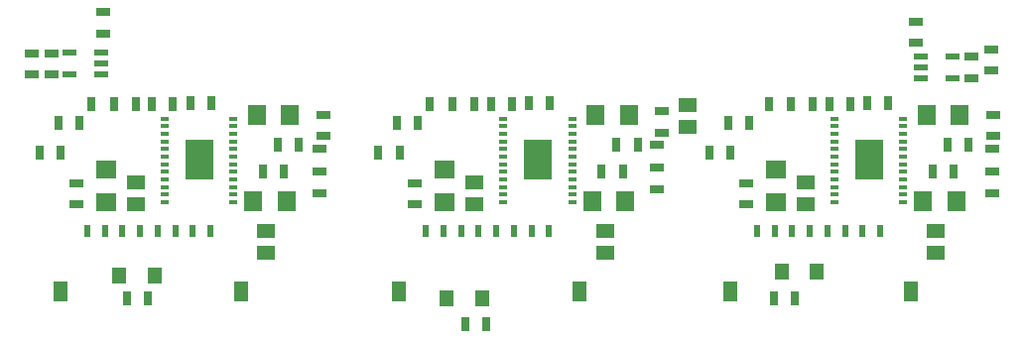
<source format=gtp>
G75*
%MOIN*%
%OFA0B0*%
%FSLAX25Y25*%
%IPPOS*%
%LPD*%
%AMOC8*
5,1,8,0,0,1.08239X$1,22.5*
%
%ADD10R,0.06299X0.07087*%
%ADD11R,0.05906X0.05118*%
%ADD12R,0.07087X0.06299*%
%ADD13R,0.05118X0.02756*%
%ADD14R,0.02756X0.05118*%
%ADD15R,0.03150X0.04724*%
%ADD16R,0.04724X0.03150*%
%ADD17R,0.02953X0.01181*%
%ADD18R,0.09449X0.13780*%
%ADD19R,0.02362X0.03937*%
%ADD20R,0.04921X0.07087*%
%ADD21R,0.04724X0.02362*%
%ADD22R,0.04724X0.05512*%
D10*
X0187000Y0356760D03*
X0198024Y0356760D03*
X0199274Y0385510D03*
X0188250Y0385510D03*
X0302000Y0385510D03*
X0313024Y0385510D03*
X0311774Y0356760D03*
X0300750Y0356760D03*
X0412000Y0356760D03*
X0423024Y0356760D03*
X0424274Y0385510D03*
X0413250Y0385510D03*
D11*
X0416262Y0346750D03*
X0416262Y0339270D03*
X0372512Y0355520D03*
X0372512Y0363000D03*
X0332904Y0381663D03*
X0332904Y0389144D03*
X0305012Y0346750D03*
X0305012Y0339270D03*
X0261262Y0355520D03*
X0261262Y0363000D03*
X0191262Y0346750D03*
X0191262Y0339270D03*
X0147512Y0355520D03*
X0147512Y0363000D03*
D12*
X0137512Y0367272D03*
X0137512Y0356248D03*
X0251262Y0356248D03*
X0251262Y0367272D03*
X0362512Y0367272D03*
X0362512Y0356248D03*
D13*
X0322512Y0360530D03*
X0322512Y0368010D03*
X0322512Y0375490D03*
X0435012Y0374240D03*
X0435012Y0366760D03*
X0435012Y0359280D03*
X0209012Y0359280D03*
X0209012Y0366760D03*
X0209012Y0374240D03*
D14*
X0246282Y0389260D03*
X0253762Y0389260D03*
X0261243Y0389260D03*
X0360032Y0389260D03*
X0367512Y0389260D03*
X0374993Y0389260D03*
X0147493Y0389260D03*
X0140012Y0389260D03*
X0132532Y0389260D03*
D15*
X0258110Y0315404D03*
X0265197Y0315404D03*
X0303969Y0366760D03*
X0311056Y0366760D03*
X0308969Y0375510D03*
X0316056Y0375510D03*
X0340219Y0373010D03*
X0347306Y0373010D03*
X0346469Y0383010D03*
X0353556Y0383010D03*
X0380504Y0389262D03*
X0387590Y0389262D03*
X0393217Y0389545D03*
X0400303Y0389545D03*
X0420219Y0375510D03*
X0422306Y0366760D03*
X0415219Y0366760D03*
X0427306Y0375510D03*
X0368947Y0324154D03*
X0361860Y0324154D03*
X0286553Y0389545D03*
X0279467Y0389545D03*
X0273840Y0389262D03*
X0266754Y0389262D03*
X0242306Y0383010D03*
X0235219Y0383010D03*
X0236056Y0373010D03*
X0228969Y0373010D03*
X0202306Y0375510D03*
X0197306Y0366760D03*
X0195219Y0375510D03*
X0190219Y0366760D03*
X0172803Y0389545D03*
X0165717Y0389545D03*
X0159840Y0389262D03*
X0152754Y0389262D03*
X0128556Y0383010D03*
X0121469Y0383010D03*
X0122306Y0373010D03*
X0115219Y0373010D03*
X0144360Y0324154D03*
X0151447Y0324154D03*
D16*
X0127512Y0355717D03*
X0127512Y0362803D03*
X0119154Y0399360D03*
X0112404Y0399360D03*
X0112404Y0406447D03*
X0119154Y0406447D03*
X0136654Y0413110D03*
X0136654Y0420197D03*
X0210510Y0385588D03*
X0210510Y0378502D03*
X0241262Y0362803D03*
X0241262Y0355717D03*
X0324260Y0379752D03*
X0324260Y0386838D03*
X0352512Y0362803D03*
X0352512Y0355717D03*
X0409404Y0409860D03*
X0409404Y0416947D03*
X0428154Y0405197D03*
X0434904Y0407697D03*
X0434904Y0400610D03*
X0428154Y0398110D03*
X0435510Y0385588D03*
X0435510Y0378502D03*
D17*
X0405278Y0379368D03*
X0405278Y0376809D03*
X0405278Y0374250D03*
X0405278Y0371691D03*
X0405278Y0369132D03*
X0405278Y0366573D03*
X0405278Y0364014D03*
X0405278Y0361455D03*
X0405278Y0358896D03*
X0405278Y0356337D03*
X0382247Y0356337D03*
X0382247Y0358896D03*
X0382247Y0361455D03*
X0382247Y0364014D03*
X0382247Y0366573D03*
X0382247Y0369132D03*
X0382247Y0371691D03*
X0382247Y0374250D03*
X0382247Y0376809D03*
X0382247Y0379368D03*
X0382247Y0381927D03*
X0382247Y0384486D03*
X0405278Y0384486D03*
X0405278Y0381927D03*
X0294028Y0381927D03*
X0294028Y0379368D03*
X0294028Y0376809D03*
X0294028Y0374250D03*
X0294028Y0371691D03*
X0294028Y0369132D03*
X0294028Y0366573D03*
X0294028Y0364014D03*
X0294028Y0361455D03*
X0294028Y0358896D03*
X0294028Y0356337D03*
X0270997Y0356337D03*
X0270997Y0358896D03*
X0270997Y0361455D03*
X0270997Y0364014D03*
X0270997Y0366573D03*
X0270997Y0369132D03*
X0270997Y0371691D03*
X0270997Y0374250D03*
X0270997Y0376809D03*
X0270997Y0379368D03*
X0270997Y0381927D03*
X0270997Y0384486D03*
X0294028Y0384486D03*
X0180278Y0384486D03*
X0180278Y0381927D03*
X0180278Y0379368D03*
X0180278Y0376809D03*
X0180278Y0374250D03*
X0180278Y0371691D03*
X0180278Y0369132D03*
X0180278Y0366573D03*
X0180278Y0364014D03*
X0180278Y0361455D03*
X0180278Y0358896D03*
X0180278Y0356337D03*
X0157247Y0356337D03*
X0157247Y0358896D03*
X0157247Y0361455D03*
X0157247Y0364014D03*
X0157247Y0366573D03*
X0157247Y0369132D03*
X0157247Y0371691D03*
X0157247Y0374250D03*
X0157247Y0376809D03*
X0157247Y0379368D03*
X0157247Y0381927D03*
X0157247Y0384486D03*
D18*
X0168762Y0370510D03*
X0282512Y0370510D03*
X0393762Y0370510D03*
D19*
X0391607Y0346760D03*
X0397512Y0346760D03*
X0385701Y0346760D03*
X0379796Y0346760D03*
X0373890Y0346760D03*
X0367985Y0346760D03*
X0362079Y0346760D03*
X0356174Y0346760D03*
X0286262Y0346760D03*
X0280357Y0346760D03*
X0274451Y0346760D03*
X0268546Y0346760D03*
X0262640Y0346760D03*
X0256735Y0346760D03*
X0250829Y0346760D03*
X0244924Y0346760D03*
X0172512Y0346760D03*
X0166607Y0346760D03*
X0160701Y0346760D03*
X0154796Y0346760D03*
X0148890Y0346760D03*
X0142985Y0346760D03*
X0137079Y0346760D03*
X0131174Y0346760D03*
D20*
X0122099Y0326288D03*
X0182768Y0326288D03*
X0235849Y0326288D03*
X0296518Y0326288D03*
X0347099Y0326288D03*
X0407768Y0326288D03*
D21*
X0411339Y0397913D03*
X0411339Y0401654D03*
X0411339Y0405394D03*
X0421969Y0405394D03*
X0421969Y0397913D03*
X0135719Y0399163D03*
X0135719Y0402904D03*
X0135719Y0406644D03*
X0125089Y0406644D03*
X0125089Y0399163D03*
D22*
X0141998Y0331654D03*
X0153809Y0331654D03*
X0251998Y0324154D03*
X0263809Y0324154D03*
X0364498Y0332904D03*
X0376309Y0332904D03*
M02*

</source>
